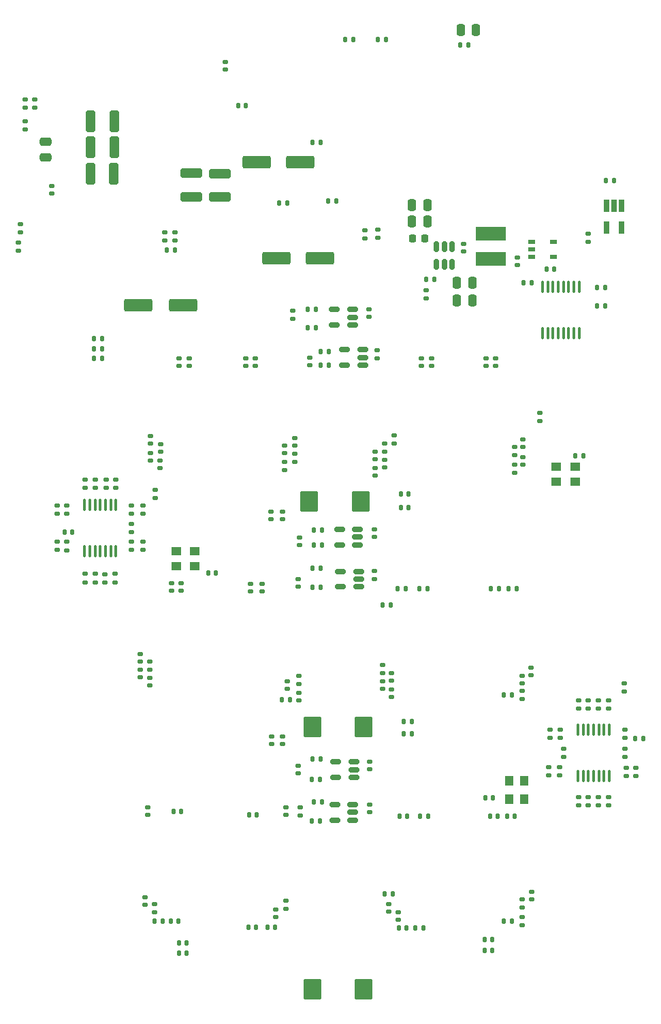
<source format=gbr>
%TF.GenerationSoftware,KiCad,Pcbnew,8.0.1*%
%TF.CreationDate,2024-10-10T15:16:13+08:00*%
%TF.ProjectId,bitaxeHex,62697461-7865-4486-9578-2e6b69636164,302*%
%TF.SameCoordinates,Original*%
%TF.FileFunction,Paste,Bot*%
%TF.FilePolarity,Positive*%
%FSLAX46Y46*%
G04 Gerber Fmt 4.6, Leading zero omitted, Abs format (unit mm)*
G04 Created by KiCad (PCBNEW 8.0.1) date 2024-10-10 15:16:13*
%MOMM*%
%LPD*%
G01*
G04 APERTURE LIST*
G04 Aperture macros list*
%AMRoundRect*
0 Rectangle with rounded corners*
0 $1 Rounding radius*
0 $2 $3 $4 $5 $6 $7 $8 $9 X,Y pos of 4 corners*
0 Add a 4 corners polygon primitive as box body*
4,1,4,$2,$3,$4,$5,$6,$7,$8,$9,$2,$3,0*
0 Add four circle primitives for the rounded corners*
1,1,$1+$1,$2,$3*
1,1,$1+$1,$4,$5*
1,1,$1+$1,$6,$7*
1,1,$1+$1,$8,$9*
0 Add four rect primitives between the rounded corners*
20,1,$1+$1,$2,$3,$4,$5,0*
20,1,$1+$1,$4,$5,$6,$7,0*
20,1,$1+$1,$6,$7,$8,$9,0*
20,1,$1+$1,$8,$9,$2,$3,0*%
G04 Aperture macros list end*
%ADD10RoundRect,0.140000X-0.170000X0.140000X-0.170000X-0.140000X0.170000X-0.140000X0.170000X0.140000X0*%
%ADD11RoundRect,0.140000X0.170000X-0.140000X0.170000X0.140000X-0.170000X0.140000X-0.170000X-0.140000X0*%
%ADD12RoundRect,0.140000X0.140000X0.170000X-0.140000X0.170000X-0.140000X-0.170000X0.140000X-0.170000X0*%
%ADD13RoundRect,0.135000X0.185000X-0.135000X0.185000X0.135000X-0.185000X0.135000X-0.185000X-0.135000X0*%
%ADD14RoundRect,0.250000X0.250000X0.475000X-0.250000X0.475000X-0.250000X-0.475000X0.250000X-0.475000X0*%
%ADD15RoundRect,0.250000X-0.875000X-1.025000X0.875000X-1.025000X0.875000X1.025000X-0.875000X1.025000X0*%
%ADD16RoundRect,0.150000X0.512500X0.150000X-0.512500X0.150000X-0.512500X-0.150000X0.512500X-0.150000X0*%
%ADD17RoundRect,0.135000X-0.135000X-0.185000X0.135000X-0.185000X0.135000X0.185000X-0.135000X0.185000X0*%
%ADD18RoundRect,0.250000X-0.475000X0.250000X-0.475000X-0.250000X0.475000X-0.250000X0.475000X0.250000X0*%
%ADD19R,0.650000X1.560000*%
%ADD20RoundRect,0.135000X-0.185000X0.135000X-0.185000X-0.135000X0.185000X-0.135000X0.185000X0.135000X0*%
%ADD21RoundRect,0.140000X-0.140000X-0.170000X0.140000X-0.170000X0.140000X0.170000X-0.140000X0.170000X0*%
%ADD22RoundRect,0.135000X0.135000X0.185000X-0.135000X0.185000X-0.135000X-0.185000X0.135000X-0.185000X0*%
%ADD23RoundRect,0.250000X1.100000X-0.325000X1.100000X0.325000X-1.100000X0.325000X-1.100000X-0.325000X0*%
%ADD24RoundRect,0.100000X0.100000X-0.637500X0.100000X0.637500X-0.100000X0.637500X-0.100000X-0.637500X0*%
%ADD25RoundRect,0.250000X-0.325000X-1.100000X0.325000X-1.100000X0.325000X1.100000X-0.325000X1.100000X0*%
%ADD26R,0.952500X0.558800*%
%ADD27RoundRect,0.250000X1.500000X0.550000X-1.500000X0.550000X-1.500000X-0.550000X1.500000X-0.550000X0*%
%ADD28RoundRect,0.150000X0.150000X-0.512500X0.150000X0.512500X-0.150000X0.512500X-0.150000X-0.512500X0*%
%ADD29R,1.300000X1.100000*%
%ADD30RoundRect,0.250000X-0.250000X-0.475000X0.250000X-0.475000X0.250000X0.475000X-0.250000X0.475000X0*%
%ADD31R,1.100000X1.300000*%
%ADD32R,3.700000X1.680000*%
%ADD33RoundRect,0.225000X-0.225000X-0.250000X0.225000X-0.250000X0.225000X0.250000X-0.225000X0.250000X0*%
G04 APERTURE END LIST*
D10*
%TO.C,C12*%
X108600000Y-75670000D03*
X108600000Y-76630000D03*
%TD*%
D11*
%TO.C,C57*%
X98825000Y-103450000D03*
X98825000Y-102490000D03*
%TD*%
%TO.C,C50*%
X97837500Y-89855000D03*
X97837500Y-88895000D03*
%TD*%
%TO.C,C113*%
X72300000Y-118780000D03*
X72300000Y-117820000D03*
%TD*%
D12*
%TO.C,C44*%
X81505000Y-58475000D03*
X80545000Y-58475000D03*
%TD*%
D11*
%TO.C,C107*%
X69590000Y-130550000D03*
X69590000Y-129590000D03*
%TD*%
D13*
%TO.C,R20*%
X97950000Y-74935000D03*
X97950000Y-73915000D03*
%TD*%
D14*
%TO.C,C18*%
X109700000Y-80500000D03*
X107800000Y-80500000D03*
%TD*%
D13*
%TO.C,R47*%
X58025000Y-109210000D03*
X58025000Y-108190000D03*
%TD*%
D15*
%TO.C,C140*%
X89800000Y-168300000D03*
X96200000Y-168300000D03*
%TD*%
D12*
%TO.C,C132*%
X112180000Y-162100000D03*
X111220000Y-162100000D03*
%TD*%
D11*
%TO.C,C129*%
X100500000Y-159660000D03*
X100500000Y-158700000D03*
%TD*%
D16*
%TO.C,U23*%
X94837500Y-145350000D03*
X94837500Y-146300000D03*
X94837500Y-147250000D03*
X92562500Y-147250000D03*
X92562500Y-145350000D03*
%TD*%
D13*
%TO.C,R37*%
X67275000Y-113710000D03*
X67275000Y-112690000D03*
%TD*%
D11*
%TO.C,C39*%
X78950000Y-53980000D03*
X78950000Y-53020000D03*
%TD*%
D17*
%TO.C,R39*%
X89790000Y-118300000D03*
X90810000Y-118300000D03*
%TD*%
D14*
%TO.C,C3*%
X104100000Y-70800000D03*
X102200000Y-70800000D03*
%TD*%
D11*
%TO.C,C94*%
X86700000Y-130980000D03*
X86700000Y-130020000D03*
%TD*%
D18*
%TO.C,C15*%
X56600000Y-63000000D03*
X56600000Y-64900000D03*
%TD*%
D11*
%TO.C,C72*%
X70850000Y-103550000D03*
X70850000Y-102590000D03*
%TD*%
D17*
%TO.C,R12*%
X103940000Y-80100000D03*
X104960000Y-80100000D03*
%TD*%
D11*
%TO.C,C131*%
X99300000Y-158660000D03*
X99300000Y-157700000D03*
%TD*%
D17*
%TO.C,R73*%
X129915000Y-137100000D03*
X130935000Y-137100000D03*
%TD*%
D13*
%TO.C,R69*%
X119350000Y-137085000D03*
X119350000Y-136065000D03*
%TD*%
D19*
%TO.C,U4*%
X126350000Y-70950000D03*
X127300000Y-70950000D03*
X128250000Y-70950000D03*
X128250000Y-73650000D03*
X126350000Y-73650000D03*
%TD*%
D10*
%TO.C,C147*%
X128680000Y-138440000D03*
X128680000Y-139400000D03*
%TD*%
D11*
%TO.C,C70*%
X81475000Y-90805000D03*
X81475000Y-89845000D03*
%TD*%
D20*
%TO.C,R49*%
X61525000Y-104977500D03*
X61525000Y-105997500D03*
%TD*%
D13*
%TO.C,R4*%
X54075000Y-61435000D03*
X54075000Y-60415000D03*
%TD*%
D10*
%TO.C,C87*%
X88200000Y-112120000D03*
X88200000Y-113080000D03*
%TD*%
D12*
%TO.C,C92*%
X101380000Y-118500000D03*
X100420000Y-118500000D03*
%TD*%
D21*
%TO.C,C35*%
X125220000Y-83400000D03*
X126180000Y-83400000D03*
%TD*%
D10*
%TO.C,C52*%
X114925000Y-103125000D03*
X114925000Y-104085000D03*
%TD*%
D22*
%TO.C,R68*%
X99810000Y-156400000D03*
X98790000Y-156400000D03*
%TD*%
D11*
%TO.C,C59*%
X97575000Y-102450000D03*
X97575000Y-101490000D03*
%TD*%
D23*
%TO.C,C28*%
X78300000Y-69850000D03*
X78300000Y-66900000D03*
%TD*%
D11*
%TO.C,C114*%
X68390000Y-127570000D03*
X68390000Y-126610000D03*
%TD*%
D24*
%TO.C,U5*%
X122975000Y-86762500D03*
X122325000Y-86762500D03*
X121675000Y-86762500D03*
X121025000Y-86762500D03*
X120375000Y-86762500D03*
X119725000Y-86762500D03*
X119075000Y-86762500D03*
X118425000Y-86762500D03*
X118425000Y-81037500D03*
X119075000Y-81037500D03*
X119725000Y-81037500D03*
X120375000Y-81037500D03*
X121025000Y-81037500D03*
X121675000Y-81037500D03*
X122325000Y-81037500D03*
X122975000Y-81037500D03*
%TD*%
D12*
%TO.C,C144*%
X71160000Y-159800000D03*
X70200000Y-159800000D03*
%TD*%
D10*
%TO.C,C111*%
X67275000Y-110495000D03*
X67275000Y-111455000D03*
%TD*%
D11*
%TO.C,C91*%
X88100000Y-132380000D03*
X88100000Y-131420000D03*
%TD*%
D16*
%TO.C,U11*%
X94775000Y-83825000D03*
X94775000Y-84775000D03*
X94775000Y-85725000D03*
X92500000Y-85725000D03*
X92500000Y-83825000D03*
%TD*%
D11*
%TO.C,C150*%
X68980000Y-157780000D03*
X68980000Y-156820000D03*
%TD*%
D20*
%TO.C,R15*%
X71425000Y-74190000D03*
X71425000Y-75210000D03*
%TD*%
D11*
%TO.C,C84*%
X97500000Y-117280000D03*
X97500000Y-116320000D03*
%TD*%
%TO.C,C67*%
X82725000Y-90805000D03*
X82725000Y-89845000D03*
%TD*%
D20*
%TO.C,R71*%
X122880000Y-132400000D03*
X122880000Y-133420000D03*
%TD*%
%TO.C,R19*%
X96325000Y-73940000D03*
X96325000Y-74960000D03*
%TD*%
D11*
%TO.C,C76*%
X73200000Y-90830000D03*
X73200000Y-89870000D03*
%TD*%
D13*
%TO.C,R16*%
X72700000Y-75210000D03*
X72700000Y-74190000D03*
%TD*%
D11*
%TO.C,C108*%
X68390000Y-129550000D03*
X68390000Y-128590000D03*
%TD*%
D10*
%TO.C,C88*%
X88000000Y-117320000D03*
X88000000Y-118280000D03*
%TD*%
D13*
%TO.C,R11*%
X103950000Y-82460000D03*
X103950000Y-81440000D03*
%TD*%
D10*
%TO.C,C126*%
X88000000Y-140520000D03*
X88000000Y-141480000D03*
%TD*%
%TO.C,C66*%
X86350000Y-100735000D03*
X86350000Y-101695000D03*
%TD*%
D21*
%TO.C,C112*%
X58995000Y-111500000D03*
X59955000Y-111500000D03*
%TD*%
D22*
%TO.C,R26*%
X92785000Y-70350000D03*
X91765000Y-70350000D03*
%TD*%
D12*
%TO.C,C19*%
X119852050Y-78760200D03*
X118892050Y-78760200D03*
%TD*%
D10*
%TO.C,C69*%
X87600000Y-101775000D03*
X87600000Y-102735000D03*
%TD*%
D20*
%TO.C,R54*%
X67250000Y-108190000D03*
X67250000Y-109210000D03*
%TD*%
D25*
%TO.C,C8*%
X62200000Y-60400000D03*
X65150000Y-60400000D03*
%TD*%
D10*
%TO.C,C97*%
X84700000Y-136870000D03*
X84700000Y-137830000D03*
%TD*%
%TO.C,C149*%
X69350000Y-145695000D03*
X69350000Y-146655000D03*
%TD*%
D12*
%TO.C,C124*%
X103580000Y-160700000D03*
X102620000Y-160700000D03*
%TD*%
D17*
%TO.C,R38*%
X89990000Y-113100000D03*
X91010000Y-113100000D03*
%TD*%
D12*
%TO.C,C26*%
X72680000Y-76450000D03*
X71720000Y-76450000D03*
%TD*%
%TO.C,C118*%
X112880000Y-146800000D03*
X111920000Y-146800000D03*
%TD*%
%TO.C,C138*%
X85180000Y-160620000D03*
X84220000Y-160620000D03*
%TD*%
D11*
%TO.C,C60*%
X86125000Y-109880000D03*
X86125000Y-108920000D03*
%TD*%
D10*
%TO.C,C100*%
X99650000Y-129015000D03*
X99650000Y-129975000D03*
%TD*%
D24*
%TO.C,U21*%
X126730000Y-141762500D03*
X126080000Y-141762500D03*
X125430000Y-141762500D03*
X124780000Y-141762500D03*
X124130000Y-141762500D03*
X123480000Y-141762500D03*
X122830000Y-141762500D03*
X122830000Y-136037500D03*
X123480000Y-136037500D03*
X124130000Y-136037500D03*
X124780000Y-136037500D03*
X125430000Y-136037500D03*
X126080000Y-136037500D03*
X126730000Y-136037500D03*
%TD*%
%TO.C,U15*%
X65375000Y-113850000D03*
X64725000Y-113850000D03*
X64075000Y-113850000D03*
X63425000Y-113850000D03*
X62775000Y-113850000D03*
X62125000Y-113850000D03*
X61475000Y-113850000D03*
X61475000Y-108125000D03*
X62125000Y-108125000D03*
X62775000Y-108125000D03*
X63425000Y-108125000D03*
X64075000Y-108125000D03*
X64725000Y-108125000D03*
X65375000Y-108125000D03*
%TD*%
D26*
%TO.C,U2*%
X117044100Y-77300000D03*
X117044100Y-76360200D03*
X117044100Y-75420400D03*
X119800000Y-75420400D03*
X119800000Y-77300000D03*
%TD*%
D12*
%TO.C,C142*%
X112280000Y-144500000D03*
X111320000Y-144500000D03*
%TD*%
D10*
%TO.C,C63*%
X84625000Y-108920000D03*
X84625000Y-109880000D03*
%TD*%
D21*
%TO.C,C130*%
X73220000Y-162500000D03*
X74180000Y-162500000D03*
%TD*%
D22*
%TO.C,R3*%
X63610000Y-89900000D03*
X62590000Y-89900000D03*
%TD*%
D10*
%TO.C,C125*%
X88300000Y-145720000D03*
X88300000Y-146680000D03*
%TD*%
D17*
%TO.C,R30*%
X89227500Y-86075000D03*
X90247500Y-86075000D03*
%TD*%
D10*
%TO.C,C133*%
X86500000Y-157320000D03*
X86500000Y-158280000D03*
%TD*%
D12*
%TO.C,C143*%
X73160000Y-159800000D03*
X72200000Y-159800000D03*
%TD*%
D10*
%TO.C,C116*%
X115900000Y-157140000D03*
X115900000Y-158100000D03*
%TD*%
D21*
%TO.C,C81*%
X114220000Y-118500000D03*
X115180000Y-118500000D03*
%TD*%
D12*
%TO.C,C83*%
X112980000Y-118500000D03*
X112020000Y-118500000D03*
%TD*%
D17*
%TO.C,R23*%
X93850000Y-50300000D03*
X94870000Y-50300000D03*
%TD*%
D21*
%TO.C,C137*%
X111220000Y-163500000D03*
X112180000Y-163500000D03*
%TD*%
D27*
%TO.C,C41*%
X90725000Y-77475000D03*
X85325000Y-77475000D03*
%TD*%
D13*
%TO.C,R28*%
X118050000Y-97660000D03*
X118050000Y-96640000D03*
%TD*%
D20*
%TO.C,R75*%
X126630000Y-132400000D03*
X126630000Y-133420000D03*
%TD*%
D15*
%TO.C,C68*%
X89400000Y-107700000D03*
X95800000Y-107700000D03*
%TD*%
D10*
%TO.C,C17*%
X57375000Y-68470000D03*
X57375000Y-69430000D03*
%TD*%
D28*
%TO.C,U1*%
X107150000Y-78237500D03*
X106200000Y-78237500D03*
X105250000Y-78237500D03*
X105250000Y-75962500D03*
X106200000Y-75962500D03*
X107150000Y-75962500D03*
%TD*%
D11*
%TO.C,C96*%
X88125000Y-130330000D03*
X88125000Y-129370000D03*
%TD*%
D10*
%TO.C,C45*%
X116000000Y-99950000D03*
X116000000Y-100910000D03*
%TD*%
D13*
%TO.C,R59*%
X128850000Y-141760000D03*
X128850000Y-140740000D03*
%TD*%
D11*
%TO.C,C109*%
X69590000Y-128550000D03*
X69590000Y-127590000D03*
%TD*%
D12*
%TO.C,C99*%
X102155000Y-136525000D03*
X101195000Y-136525000D03*
%TD*%
D25*
%TO.C,C4*%
X62175000Y-66925000D03*
X65125000Y-66925000D03*
%TD*%
D20*
%TO.C,R48*%
X62825000Y-104990000D03*
X62825000Y-106010000D03*
%TD*%
D11*
%TO.C,C145*%
X70180000Y-158680000D03*
X70180000Y-157720000D03*
%TD*%
D10*
%TO.C,C64*%
X87600000Y-99775000D03*
X87600000Y-100735000D03*
%TD*%
D13*
%TO.C,R7*%
X54075000Y-58710000D03*
X54075000Y-57690000D03*
%TD*%
D21*
%TO.C,C106*%
X76820000Y-116550000D03*
X77780000Y-116550000D03*
%TD*%
D13*
%TO.C,R62*%
X122880000Y-145400000D03*
X122880000Y-144380000D03*
%TD*%
D29*
%TO.C,U14*%
X122450000Y-105250000D03*
X120150000Y-105250000D03*
X120150000Y-103350000D03*
X122450000Y-103350000D03*
%TD*%
D20*
%TO.C,R34*%
X68750000Y-112690000D03*
X68750000Y-113710000D03*
%TD*%
D11*
%TO.C,C51*%
X96837500Y-84755000D03*
X96837500Y-83795000D03*
%TD*%
D13*
%TO.C,R61*%
X124130000Y-145400000D03*
X124130000Y-144380000D03*
%TD*%
D14*
%TO.C,C20*%
X109700000Y-82700000D03*
X107800000Y-82700000D03*
%TD*%
D13*
%TO.C,R51*%
X68750000Y-109210000D03*
X68750000Y-108190000D03*
%TD*%
D11*
%TO.C,C55*%
X104600000Y-90805000D03*
X104600000Y-89845000D03*
%TD*%
D22*
%TO.C,R22*%
X98970000Y-50300000D03*
X97950000Y-50300000D03*
%TD*%
%TO.C,R32*%
X90247500Y-83775000D03*
X89227500Y-83775000D03*
%TD*%
D16*
%TO.C,U16*%
X95437500Y-111150000D03*
X95437500Y-112100000D03*
X95437500Y-113050000D03*
X93162500Y-113050000D03*
X93162500Y-111150000D03*
%TD*%
D11*
%TO.C,C122*%
X96900000Y-140980000D03*
X96900000Y-140020000D03*
%TD*%
D21*
%TO.C,C117*%
X114020000Y-146800000D03*
X114980000Y-146800000D03*
%TD*%
D17*
%TO.C,R31*%
X90827500Y-89075000D03*
X91847500Y-89075000D03*
%TD*%
D30*
%TO.C,C31*%
X108250000Y-49100000D03*
X110150000Y-49100000D03*
%TD*%
D20*
%TO.C,R55*%
X70250000Y-106265000D03*
X70250000Y-107285000D03*
%TD*%
D11*
%TO.C,C48*%
X111425000Y-90805000D03*
X111425000Y-89845000D03*
%TD*%
%TO.C,C78*%
X69700000Y-100505000D03*
X69700000Y-99545000D03*
%TD*%
D16*
%TO.C,U24*%
X94937500Y-140050000D03*
X94937500Y-141000000D03*
X94937500Y-141950000D03*
X92662500Y-141950000D03*
X92662500Y-140050000D03*
%TD*%
D17*
%TO.C,R21*%
X116090000Y-80500000D03*
X117110000Y-80500000D03*
%TD*%
D11*
%TO.C,C102*%
X83550000Y-118830000D03*
X83550000Y-117870000D03*
%TD*%
D21*
%TO.C,C90*%
X86020000Y-132300000D03*
X86980000Y-132300000D03*
%TD*%
D11*
%TO.C,C110*%
X73500000Y-118780000D03*
X73500000Y-117820000D03*
%TD*%
D29*
%TO.C,U19*%
X75150000Y-115750000D03*
X72850000Y-115750000D03*
X72850000Y-113850000D03*
X75150000Y-113850000D03*
%TD*%
D20*
%TO.C,R52*%
X64125000Y-104977500D03*
X64125000Y-105997500D03*
%TD*%
%TO.C,R72*%
X120625000Y-136065000D03*
X120625000Y-137085000D03*
%TD*%
D13*
%TO.C,R58*%
X126630000Y-145400000D03*
X126630000Y-144380000D03*
%TD*%
D20*
%TO.C,R56*%
X130050000Y-140740000D03*
X130050000Y-141760000D03*
%TD*%
D11*
%TO.C,C61*%
X98825000Y-101450000D03*
X98825000Y-100490000D03*
%TD*%
D21*
%TO.C,C146*%
X72520000Y-146150000D03*
X73480000Y-146150000D03*
%TD*%
D11*
%TO.C,C77*%
X70900000Y-101475000D03*
X70900000Y-100515000D03*
%TD*%
D17*
%TO.C,R64*%
X89690000Y-142200000D03*
X90710000Y-142200000D03*
%TD*%
D12*
%TO.C,C127*%
X101480000Y-160700000D03*
X100520000Y-160700000D03*
%TD*%
D11*
%TO.C,C47*%
X112625000Y-90805000D03*
X112625000Y-89845000D03*
%TD*%
D10*
%TO.C,C54*%
X87337500Y-83995000D03*
X87337500Y-84955000D03*
%TD*%
%TO.C,C79*%
X117000000Y-128300000D03*
X117000000Y-129260000D03*
%TD*%
%TO.C,C135*%
X85200000Y-158340000D03*
X85200000Y-159300000D03*
%TD*%
D22*
%TO.C,R40*%
X91010000Y-111200000D03*
X89990000Y-111200000D03*
%TD*%
D13*
%TO.C,R43*%
X62775000Y-117700000D03*
X62775000Y-116680000D03*
%TD*%
D12*
%TO.C,C43*%
X86655000Y-70550000D03*
X85695000Y-70550000D03*
%TD*%
D10*
%TO.C,C85*%
X115900000Y-131220000D03*
X115900000Y-132180000D03*
%TD*%
D11*
%TO.C,C121*%
X96900000Y-146280000D03*
X96900000Y-145320000D03*
%TD*%
%TO.C,C58*%
X103375000Y-90830000D03*
X103375000Y-89870000D03*
%TD*%
D12*
%TO.C,C141*%
X82780000Y-160600000D03*
X81820000Y-160600000D03*
%TD*%
D10*
%TO.C,C105*%
X99650000Y-131015000D03*
X99650000Y-131975000D03*
%TD*%
D13*
%TO.C,R36*%
X65275000Y-117700000D03*
X65275000Y-116680000D03*
%TD*%
D21*
%TO.C,C62*%
X100820000Y-106750000D03*
X101780000Y-106750000D03*
%TD*%
D22*
%TO.C,R66*%
X90810000Y-139700000D03*
X89790000Y-139700000D03*
%TD*%
D20*
%TO.C,R76*%
X128675000Y-136065000D03*
X128675000Y-137085000D03*
%TD*%
D10*
%TO.C,C148*%
X121030000Y-138420000D03*
X121030000Y-139380000D03*
%TD*%
D13*
%TO.C,R10*%
X53475000Y-74260000D03*
X53475000Y-73240000D03*
%TD*%
D16*
%TO.C,U10*%
X96075000Y-88825000D03*
X96075000Y-89775000D03*
X96075000Y-90725000D03*
X93800000Y-90725000D03*
X93800000Y-88825000D03*
%TD*%
D31*
%TO.C,U26*%
X114250000Y-144650000D03*
X114250000Y-142350000D03*
X116150000Y-142350000D03*
X116150000Y-144650000D03*
%TD*%
D13*
%TO.C,R33*%
X100000000Y-100510000D03*
X100000000Y-99490000D03*
%TD*%
D11*
%TO.C,C25*%
X124100000Y-75380000D03*
X124100000Y-74420000D03*
%TD*%
D12*
%TO.C,C134*%
X74180000Y-163800000D03*
X73220000Y-163800000D03*
%TD*%
D22*
%TO.C,R2*%
X63635000Y-87425000D03*
X62615000Y-87425000D03*
%TD*%
D17*
%TO.C,R41*%
X89790000Y-116000000D03*
X90810000Y-116000000D03*
%TD*%
D11*
%TO.C,C56*%
X97575000Y-104450000D03*
X97575000Y-103490000D03*
%TD*%
D10*
%TO.C,C103*%
X98550000Y-130015000D03*
X98550000Y-130975000D03*
%TD*%
%TO.C,C46*%
X114925000Y-100925000D03*
X114925000Y-101885000D03*
%TD*%
%TO.C,C115*%
X117100000Y-156140000D03*
X117100000Y-157100000D03*
%TD*%
D11*
%TO.C,C104*%
X82100000Y-118855000D03*
X82100000Y-117895000D03*
%TD*%
%TO.C,C75*%
X69700000Y-102600000D03*
X69700000Y-101640000D03*
%TD*%
D10*
%TO.C,C53*%
X89437500Y-89795000D03*
X89437500Y-90755000D03*
%TD*%
D20*
%TO.C,R74*%
X125380000Y-132400000D03*
X125380000Y-133420000D03*
%TD*%
D16*
%TO.C,U17*%
X95537500Y-116350000D03*
X95537500Y-117300000D03*
X95537500Y-118250000D03*
X93262500Y-118250000D03*
X93262500Y-116350000D03*
%TD*%
D20*
%TO.C,R77*%
X128600000Y-130290000D03*
X128600000Y-131310000D03*
%TD*%
D25*
%TO.C,C7*%
X62225000Y-63600000D03*
X65175000Y-63600000D03*
%TD*%
D20*
%TO.C,R50*%
X59250000Y-108190000D03*
X59250000Y-109210000D03*
%TD*%
D17*
%TO.C,R63*%
X89690000Y-147400000D03*
X90710000Y-147400000D03*
%TD*%
D13*
%TO.C,R5*%
X53225000Y-76535000D03*
X53225000Y-75515000D03*
%TD*%
D11*
%TO.C,C74*%
X74450000Y-90830000D03*
X74450000Y-89870000D03*
%TD*%
D21*
%TO.C,C89*%
X103120000Y-118500000D03*
X104080000Y-118500000D03*
%TD*%
%TO.C,C33*%
X108220000Y-50900000D03*
X109180000Y-50900000D03*
%TD*%
D11*
%TO.C,C93*%
X86100000Y-137825000D03*
X86100000Y-136865000D03*
%TD*%
D20*
%TO.C,R42*%
X58050000Y-112690000D03*
X58050000Y-113710000D03*
%TD*%
D10*
%TO.C,C98*%
X98550000Y-128015000D03*
X98550000Y-128975000D03*
%TD*%
D27*
%TO.C,C42*%
X88300000Y-65500000D03*
X82900000Y-65500000D03*
%TD*%
D21*
%TO.C,C123*%
X103220000Y-146800000D03*
X104180000Y-146800000D03*
%TD*%
D32*
%TO.C,L1*%
X111950000Y-74415000D03*
X111950000Y-77485000D03*
%TD*%
D17*
%TO.C,R29*%
X90827500Y-90775000D03*
X91847500Y-90775000D03*
%TD*%
%TO.C,R65*%
X89990000Y-145000000D03*
X91010000Y-145000000D03*
%TD*%
D10*
%TO.C,C11*%
X115272050Y-77330200D03*
X115272050Y-78290200D03*
%TD*%
D33*
%TO.C,C6*%
X102225000Y-75000000D03*
X103775000Y-75000000D03*
%TD*%
D20*
%TO.C,R60*%
X119200000Y-140715000D03*
X119200000Y-141735000D03*
%TD*%
%TO.C,R6*%
X55275000Y-57690000D03*
X55275000Y-58710000D03*
%TD*%
D12*
%TO.C,C139*%
X82880000Y-146600000D03*
X81920000Y-146600000D03*
%TD*%
D10*
%TO.C,C71*%
X86350000Y-102775000D03*
X86350000Y-103735000D03*
%TD*%
D13*
%TO.C,R67*%
X120550000Y-141735000D03*
X120550000Y-140715000D03*
%TD*%
D22*
%TO.C,R1*%
X63635000Y-88675000D03*
X62615000Y-88675000D03*
%TD*%
%TO.C,R46*%
X99560000Y-120525000D03*
X98540000Y-120525000D03*
%TD*%
D12*
%TO.C,C128*%
X101580000Y-146800000D03*
X100620000Y-146800000D03*
%TD*%
D13*
%TO.C,R57*%
X125380000Y-145400000D03*
X125380000Y-144380000D03*
%TD*%
D23*
%TO.C,C29*%
X74750000Y-69825000D03*
X74750000Y-66875000D03*
%TD*%
D10*
%TO.C,C119*%
X115900000Y-159340000D03*
X115900000Y-160300000D03*
%TD*%
%TO.C,C80*%
X115900000Y-129300000D03*
X115900000Y-130260000D03*
%TD*%
D12*
%TO.C,C120*%
X114600000Y-159820000D03*
X113640000Y-159820000D03*
%TD*%
%TO.C,C34*%
X126180000Y-81100000D03*
X125220000Y-81100000D03*
%TD*%
D14*
%TO.C,C1*%
X104100000Y-72900000D03*
X102200000Y-72900000D03*
%TD*%
D13*
%TO.C,R45*%
X59275000Y-113720000D03*
X59275000Y-112700000D03*
%TD*%
D20*
%TO.C,R70*%
X124130000Y-132400000D03*
X124130000Y-133420000D03*
%TD*%
%TO.C,R35*%
X64025000Y-116690000D03*
X64025000Y-117710000D03*
%TD*%
D15*
%TO.C,C101*%
X89800000Y-135700000D03*
X96200000Y-135700000D03*
%TD*%
D10*
%TO.C,C49*%
X116000000Y-102150000D03*
X116000000Y-103110000D03*
%TD*%
D12*
%TO.C,C65*%
X101780000Y-108450000D03*
X100820000Y-108450000D03*
%TD*%
D20*
%TO.C,R53*%
X65375000Y-104977500D03*
X65375000Y-105997500D03*
%TD*%
D21*
%TO.C,C95*%
X101195000Y-135050000D03*
X102155000Y-135050000D03*
%TD*%
D27*
%TO.C,C30*%
X73700000Y-83250000D03*
X68100000Y-83250000D03*
%TD*%
D12*
%TO.C,C86*%
X114580000Y-131700000D03*
X113620000Y-131700000D03*
%TD*%
D13*
%TO.C,R44*%
X61525000Y-117700000D03*
X61525000Y-116680000D03*
%TD*%
D21*
%TO.C,C21*%
X126320000Y-67800000D03*
X127280000Y-67800000D03*
%TD*%
D10*
%TO.C,C136*%
X86500000Y-145695000D03*
X86500000Y-146655000D03*
%TD*%
D11*
%TO.C,C82*%
X97500000Y-112080000D03*
X97500000Y-111120000D03*
%TD*%
D17*
%TO.C,R27*%
X89840000Y-63025000D03*
X90860000Y-63025000D03*
%TD*%
D21*
%TO.C,C73*%
X122520000Y-102000000D03*
X123480000Y-102000000D03*
%TD*%
M02*

</source>
